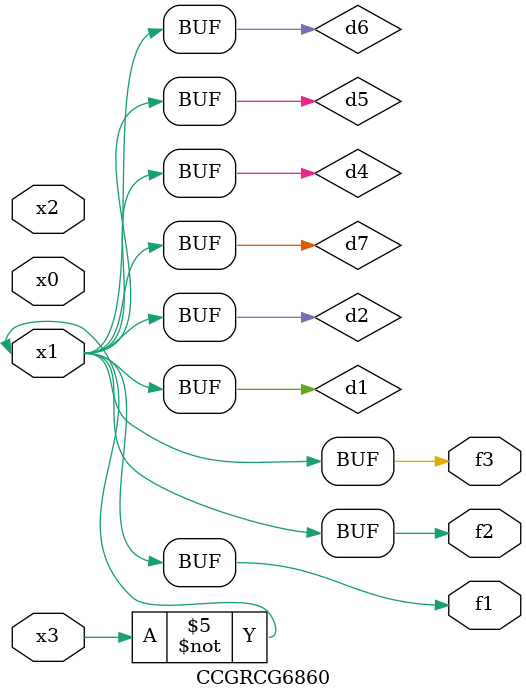
<source format=v>
module CCGRCG6860(
	input x0, x1, x2, x3,
	output f1, f2, f3
);

	wire d1, d2, d3, d4, d5, d6, d7;

	not (d1, x3);
	buf (d2, x1);
	xnor (d3, d1, d2);
	nor (d4, d1);
	buf (d5, d1, d2);
	buf (d6, d4, d5);
	nand (d7, d4);
	assign f1 = d6;
	assign f2 = d7;
	assign f3 = d6;
endmodule

</source>
